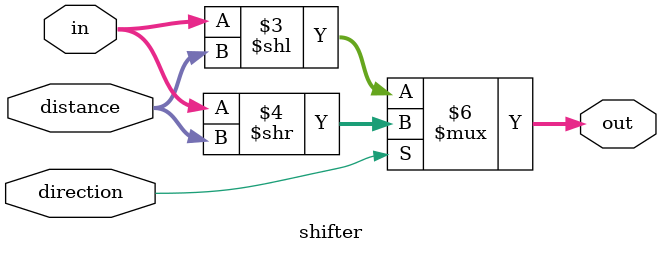
<source format=v>
module shifter (input wire [4:0] in, 
                input wire [2:0] distance,
                input wire direction,
                output reg [4:0] out
);

always @(*) begin  
    if (direction == 1'b0) begin
        out = in << distance;
    end else begin
        out = in >> distance;
    end
end
endmodule
</source>
